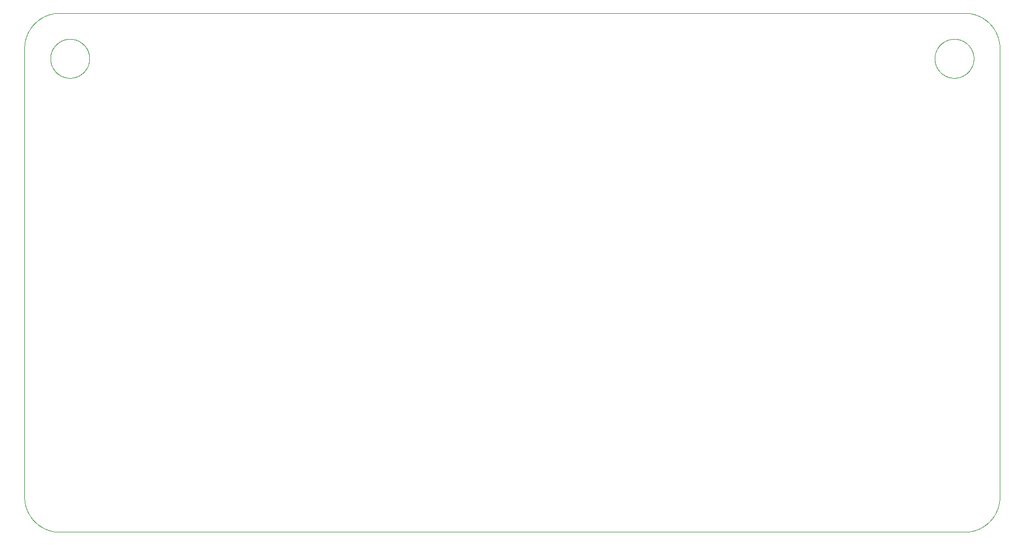
<source format=gm1>
%TF.GenerationSoftware,KiCad,Pcbnew,7.0.1-0*%
%TF.CreationDate,2023-04-23T15:52:54-04:00*%
%TF.ProjectId,WrightSpace,57726967-6874-4537-9061-63652e6b6963,v01*%
%TF.SameCoordinates,Original*%
%TF.FileFunction,Profile,NP*%
%FSLAX46Y46*%
G04 Gerber Fmt 4.6, Leading zero omitted, Abs format (unit mm)*
G04 Created by KiCad (PCBNEW 7.0.1-0) date 2023-04-23 15:52:54*
%MOMM*%
%LPD*%
G01*
G04 APERTURE LIST*
%TA.AperFunction,Profile*%
%ADD10C,0.000010*%
%TD*%
G04 APERTURE END LIST*
%TO.C,J3*%
D10*
X96703078Y-61358538D02*
X96739887Y-61359216D01*
X96776685Y-61360345D01*
X96813466Y-61361926D01*
X96850225Y-61363958D01*
X96886957Y-61366441D01*
X96923655Y-61369374D01*
X96960314Y-61372758D01*
X96996930Y-61376591D01*
X97033495Y-61380873D01*
X97070005Y-61385604D01*
X97106454Y-61390782D01*
X97142837Y-61396408D01*
X97179149Y-61402479D01*
X97215383Y-61408996D01*
X97251534Y-61415956D01*
X97287597Y-61423360D01*
X97323567Y-61431206D01*
X97359437Y-61439492D01*
X97395204Y-61448218D01*
X97430860Y-61457383D01*
X97466401Y-61466984D01*
X97501822Y-61477020D01*
X97537117Y-61487491D01*
X97572281Y-61498394D01*
X97607308Y-61509727D01*
X97642194Y-61521490D01*
X97676933Y-61533680D01*
X97711519Y-61546295D01*
X97745948Y-61559334D01*
X97780215Y-61572794D01*
X97814313Y-61586673D01*
X97848239Y-61600970D01*
X97881987Y-61615683D01*
X97915552Y-61630808D01*
X97948928Y-61646344D01*
X97982112Y-61662289D01*
X98015097Y-61678639D01*
X98047879Y-61695393D01*
X98080453Y-61712548D01*
X98112814Y-61730102D01*
X98144958Y-61748051D01*
X98176878Y-61766393D01*
X98208571Y-61785126D01*
X98240032Y-61804246D01*
X98271256Y-61823751D01*
X98302238Y-61843638D01*
X98332974Y-61863903D01*
X98363458Y-61884544D01*
X98393688Y-61905558D01*
X98423657Y-61926940D01*
X98453361Y-61948689D01*
X98482796Y-61970801D01*
X98511958Y-61993273D01*
X98540841Y-62016100D01*
X98569443Y-62039281D01*
X98597758Y-62062810D01*
X98625782Y-62086685D01*
X98653510Y-62110903D01*
X98680940Y-62135459D01*
X98708066Y-62160349D01*
X98734885Y-62185571D01*
X98761392Y-62211119D01*
X98787583Y-62236992D01*
X98813455Y-62263183D01*
X98839004Y-62289690D01*
X98864226Y-62316509D01*
X98889116Y-62343635D01*
X98913672Y-62371065D01*
X98937890Y-62398793D01*
X98961765Y-62426817D01*
X98985294Y-62455132D01*
X99008475Y-62483733D01*
X99031302Y-62512617D01*
X99053774Y-62541779D01*
X99075886Y-62571214D01*
X99097635Y-62600918D01*
X99119017Y-62630887D01*
X99140031Y-62661116D01*
X99160672Y-62691601D01*
X99180937Y-62722337D01*
X99200824Y-62753319D01*
X99220329Y-62784543D01*
X99239449Y-62816004D01*
X99258182Y-62847697D01*
X99276524Y-62879617D01*
X99294473Y-62911761D01*
X99312027Y-62944122D01*
X99329182Y-62976696D01*
X99345936Y-63009478D01*
X99362286Y-63042463D01*
X99378231Y-63075647D01*
X99393767Y-63109023D01*
X99408892Y-63142588D01*
X99423604Y-63176336D01*
X99437902Y-63210262D01*
X99451781Y-63244360D01*
X99465241Y-63278627D01*
X99478280Y-63313056D01*
X99490895Y-63347642D01*
X99503085Y-63382381D01*
X99514847Y-63417267D01*
X99526181Y-63452294D01*
X99537084Y-63487458D01*
X99547554Y-63522753D01*
X99557591Y-63558174D01*
X99567192Y-63593715D01*
X99576357Y-63629371D01*
X99585083Y-63665137D01*
X99593369Y-63701008D01*
X99601215Y-63736978D01*
X99608619Y-63773041D01*
X99615579Y-63809192D01*
X99622096Y-63845426D01*
X99628167Y-63881737D01*
X99633792Y-63918120D01*
X99638971Y-63954570D01*
X99643702Y-63991080D01*
X99647984Y-64027645D01*
X99651817Y-64064260D01*
X99655201Y-64100920D01*
X99658134Y-64137618D01*
X99660617Y-64174350D01*
X99662649Y-64211109D01*
X99664230Y-64247890D01*
X99665359Y-64284688D01*
X99666037Y-64321497D01*
X99666263Y-64358312D01*
X99666037Y-64395126D01*
X99665359Y-64431935D01*
X99664230Y-64468733D01*
X99662649Y-64505515D01*
X99660617Y-64542274D01*
X99658134Y-64579005D01*
X99655201Y-64615704D01*
X99651817Y-64652363D01*
X99647984Y-64688978D01*
X99643702Y-64725544D01*
X99638971Y-64762054D01*
X99633792Y-64798503D01*
X99628167Y-64834886D01*
X99622096Y-64871197D01*
X99615579Y-64907431D01*
X99608619Y-64943583D01*
X99601215Y-64979646D01*
X99593369Y-65015615D01*
X99585083Y-65051486D01*
X99576357Y-65087252D01*
X99567192Y-65122909D01*
X99557591Y-65158450D01*
X99547554Y-65193871D01*
X99537084Y-65229166D01*
X99526181Y-65264330D01*
X99514847Y-65299357D01*
X99503085Y-65334243D01*
X99490895Y-65368981D01*
X99478280Y-65403568D01*
X99465241Y-65437997D01*
X99451781Y-65472263D01*
X99437902Y-65506362D01*
X99423604Y-65540288D01*
X99408892Y-65574036D01*
X99393767Y-65607600D01*
X99378231Y-65640977D01*
X99362286Y-65674160D01*
X99345936Y-65707146D01*
X99329182Y-65739928D01*
X99312027Y-65772502D01*
X99294473Y-65804863D01*
X99276524Y-65837006D01*
X99258182Y-65868927D01*
X99239449Y-65900620D01*
X99220329Y-65932081D01*
X99200824Y-65963304D01*
X99180937Y-65994287D01*
X99160672Y-66025022D01*
X99140031Y-66055507D01*
X99119017Y-66085736D01*
X99097635Y-66115705D01*
X99075886Y-66145409D01*
X99053774Y-66174845D01*
X99031302Y-66204006D01*
X99008475Y-66232890D01*
X98985294Y-66261491D01*
X98961765Y-66289806D01*
X98937890Y-66317830D01*
X98913672Y-66345559D01*
X98889116Y-66372988D01*
X98864226Y-66400115D01*
X98839004Y-66426933D01*
X98813455Y-66453440D01*
X98787583Y-66479632D01*
X98761392Y-66505504D01*
X98734885Y-66531053D01*
X98708066Y-66556274D01*
X98680940Y-66581165D01*
X98653510Y-66605721D01*
X98625782Y-66629938D01*
X98597758Y-66653813D01*
X98569443Y-66677343D01*
X98540841Y-66700523D01*
X98511958Y-66723351D01*
X98482796Y-66745822D01*
X98453361Y-66767934D01*
X98423657Y-66789683D01*
X98393688Y-66811066D01*
X98363458Y-66832079D01*
X98332974Y-66852720D01*
X98302238Y-66872986D01*
X98271256Y-66892872D01*
X98240032Y-66912377D01*
X98208571Y-66931497D01*
X98176878Y-66950230D01*
X98144958Y-66968572D01*
X98112814Y-66986522D01*
X98080453Y-67004075D01*
X98047879Y-67021230D01*
X98015097Y-67037984D01*
X97982112Y-67054335D01*
X97948928Y-67070279D01*
X97915552Y-67085815D01*
X97881987Y-67100941D01*
X97848239Y-67115653D01*
X97814313Y-67129950D01*
X97780215Y-67143830D01*
X97745948Y-67157290D01*
X97711519Y-67170329D01*
X97676933Y-67182944D01*
X97642194Y-67195133D01*
X97607308Y-67206896D01*
X97572281Y-67218230D01*
X97537117Y-67229132D01*
X97501822Y-67239603D01*
X97466401Y-67249640D01*
X97430860Y-67259241D01*
X97395204Y-67268405D01*
X97359437Y-67277131D01*
X97323567Y-67285418D01*
X97287597Y-67293264D01*
X97251534Y-67300667D01*
X97215383Y-67307628D01*
X97179149Y-67314144D01*
X97142837Y-67320216D01*
X97106454Y-67325841D01*
X97070005Y-67331019D01*
X97033495Y-67335750D01*
X96996930Y-67340032D01*
X96960314Y-67343866D01*
X96923655Y-67347249D01*
X96886957Y-67350183D01*
X96850225Y-67352666D01*
X96813466Y-67354698D01*
X96776685Y-67356279D01*
X96739887Y-67357408D01*
X96703078Y-67358086D01*
X96666263Y-67358311D01*
X96629448Y-67358086D01*
X96592639Y-67357408D01*
X96555841Y-67356279D01*
X96519060Y-67354698D01*
X96482301Y-67352666D01*
X96445569Y-67350183D01*
X96408871Y-67347249D01*
X96372212Y-67343866D01*
X96335596Y-67340032D01*
X96299031Y-67335750D01*
X96262521Y-67331019D01*
X96226072Y-67325841D01*
X96189689Y-67320216D01*
X96153377Y-67314144D01*
X96117143Y-67307628D01*
X96080992Y-67300667D01*
X96044929Y-67293264D01*
X96008959Y-67285418D01*
X95973089Y-67277131D01*
X95937323Y-67268405D01*
X95901666Y-67259241D01*
X95866125Y-67249640D01*
X95830704Y-67239603D01*
X95795409Y-67229132D01*
X95760245Y-67218230D01*
X95725218Y-67206896D01*
X95690332Y-67195133D01*
X95655594Y-67182944D01*
X95621007Y-67170329D01*
X95586578Y-67157290D01*
X95552312Y-67143830D01*
X95518213Y-67129950D01*
X95484287Y-67115653D01*
X95450539Y-67100941D01*
X95416974Y-67085815D01*
X95383598Y-67070279D01*
X95350414Y-67054335D01*
X95317429Y-67037984D01*
X95284647Y-67021230D01*
X95252073Y-67004075D01*
X95219712Y-66986522D01*
X95187569Y-66968572D01*
X95155648Y-66950230D01*
X95123955Y-66931497D01*
X95092494Y-66912377D01*
X95061270Y-66892872D01*
X95030288Y-66872986D01*
X94999552Y-66852720D01*
X94969068Y-66832079D01*
X94938839Y-66811066D01*
X94908870Y-66789683D01*
X94879165Y-66767934D01*
X94849730Y-66745822D01*
X94820568Y-66723351D01*
X94791685Y-66700523D01*
X94763083Y-66677343D01*
X94734769Y-66653813D01*
X94706745Y-66629938D01*
X94679016Y-66605721D01*
X94651586Y-66581165D01*
X94624460Y-66556274D01*
X94597642Y-66531053D01*
X94571134Y-66505504D01*
X94544943Y-66479632D01*
X94519071Y-66453440D01*
X94493522Y-66426933D01*
X94468300Y-66400115D01*
X94443410Y-66372988D01*
X94418854Y-66345559D01*
X94394637Y-66317830D01*
X94370761Y-66289806D01*
X94347232Y-66261491D01*
X94324052Y-66232890D01*
X94301224Y-66204006D01*
X94278753Y-66174845D01*
X94256641Y-66145409D01*
X94234892Y-66115705D01*
X94213509Y-66085736D01*
X94192495Y-66055507D01*
X94171854Y-66025022D01*
X94151589Y-65994287D01*
X94131703Y-65963304D01*
X94112198Y-65932081D01*
X94093077Y-65900620D01*
X94074345Y-65868927D01*
X94056002Y-65837006D01*
X94038053Y-65804863D01*
X94020499Y-65772502D01*
X94003344Y-65739928D01*
X93986590Y-65707146D01*
X93970240Y-65674160D01*
X93954295Y-65640977D01*
X93938759Y-65607600D01*
X93923634Y-65574036D01*
X93908922Y-65540288D01*
X93894625Y-65506362D01*
X93880745Y-65472263D01*
X93867285Y-65437997D01*
X93854246Y-65403568D01*
X93841631Y-65368981D01*
X93829441Y-65334243D01*
X93817679Y-65299357D01*
X93806345Y-65264330D01*
X93795442Y-65229166D01*
X93784972Y-65193871D01*
X93774935Y-65158450D01*
X93765334Y-65122909D01*
X93756170Y-65087252D01*
X93747443Y-65051486D01*
X93739157Y-65015615D01*
X93731311Y-64979646D01*
X93723907Y-64943583D01*
X93716947Y-64907431D01*
X93710430Y-64871197D01*
X93704359Y-64834886D01*
X93698734Y-64798503D01*
X93693555Y-64762054D01*
X93688825Y-64725544D01*
X93684542Y-64688978D01*
X93680709Y-64652363D01*
X93677325Y-64615704D01*
X93674392Y-64579005D01*
X93671909Y-64542274D01*
X93669877Y-64505515D01*
X93668296Y-64468733D01*
X93667167Y-64431935D01*
X93666489Y-64395126D01*
X93666263Y-64358312D01*
X93666489Y-64321497D01*
X93667167Y-64284688D01*
X93668296Y-64247890D01*
X93669877Y-64211109D01*
X93671909Y-64174350D01*
X93674392Y-64137618D01*
X93677325Y-64100920D01*
X93680709Y-64064260D01*
X93684542Y-64027645D01*
X93688825Y-63991080D01*
X93693555Y-63954570D01*
X93698734Y-63918120D01*
X93704359Y-63881737D01*
X93710430Y-63845426D01*
X93716947Y-63809192D01*
X93723907Y-63773041D01*
X93731311Y-63736978D01*
X93739157Y-63701008D01*
X93747443Y-63665137D01*
X93756170Y-63629371D01*
X93765334Y-63593715D01*
X93774935Y-63558174D01*
X93784972Y-63522753D01*
X93795442Y-63487458D01*
X93806345Y-63452294D01*
X93817679Y-63417267D01*
X93829441Y-63382381D01*
X93841631Y-63347642D01*
X93854246Y-63313056D01*
X93867285Y-63278627D01*
X93880745Y-63244360D01*
X93894625Y-63210262D01*
X93908922Y-63176336D01*
X93923634Y-63142588D01*
X93938759Y-63109023D01*
X93954295Y-63075647D01*
X93970240Y-63042463D01*
X93986590Y-63009478D01*
X94003344Y-62976696D01*
X94020499Y-62944122D01*
X94038053Y-62911761D01*
X94056002Y-62879617D01*
X94074345Y-62847697D01*
X94093077Y-62816004D01*
X94112198Y-62784543D01*
X94131703Y-62753319D01*
X94151589Y-62722337D01*
X94171854Y-62691601D01*
X94192495Y-62661116D01*
X94213509Y-62630887D01*
X94234892Y-62600918D01*
X94256641Y-62571214D01*
X94278753Y-62541779D01*
X94301224Y-62512617D01*
X94324052Y-62483733D01*
X94347232Y-62455132D01*
X94370761Y-62426817D01*
X94394637Y-62398793D01*
X94418854Y-62371065D01*
X94443410Y-62343635D01*
X94468300Y-62316509D01*
X94493522Y-62289690D01*
X94519071Y-62263183D01*
X94544943Y-62236992D01*
X94571134Y-62211119D01*
X94597642Y-62185571D01*
X94624460Y-62160349D01*
X94651586Y-62135459D01*
X94679016Y-62110903D01*
X94706745Y-62086685D01*
X94734769Y-62062810D01*
X94763083Y-62039281D01*
X94791685Y-62016100D01*
X94820568Y-61993273D01*
X94849730Y-61970801D01*
X94879165Y-61948689D01*
X94908870Y-61926940D01*
X94938839Y-61905558D01*
X94969068Y-61884544D01*
X94999552Y-61863903D01*
X95030288Y-61843638D01*
X95061270Y-61823751D01*
X95092494Y-61804246D01*
X95123955Y-61785126D01*
X95155648Y-61766393D01*
X95187569Y-61748051D01*
X95219712Y-61730102D01*
X95252073Y-61712548D01*
X95284647Y-61695393D01*
X95317429Y-61678639D01*
X95350414Y-61662289D01*
X95383598Y-61646344D01*
X95416974Y-61630808D01*
X95450539Y-61615683D01*
X95484287Y-61600970D01*
X95518213Y-61586673D01*
X95552312Y-61572794D01*
X95586578Y-61559334D01*
X95621007Y-61546295D01*
X95655594Y-61533680D01*
X95690332Y-61521490D01*
X95725218Y-61509727D01*
X95760245Y-61498394D01*
X95795409Y-61487491D01*
X95830704Y-61477020D01*
X95866125Y-61466984D01*
X95901666Y-61457383D01*
X95937323Y-61448218D01*
X95973089Y-61439492D01*
X96008959Y-61431206D01*
X96044929Y-61423360D01*
X96080992Y-61415956D01*
X96117143Y-61408996D01*
X96153377Y-61402479D01*
X96189689Y-61396408D01*
X96226072Y-61390782D01*
X96262521Y-61385604D01*
X96299031Y-61380873D01*
X96335596Y-61376591D01*
X96372212Y-61372758D01*
X96408871Y-61369374D01*
X96445569Y-61366441D01*
X96482301Y-61363958D01*
X96519060Y-61361926D01*
X96555841Y-61360345D01*
X96592639Y-61359216D01*
X96629448Y-61358538D01*
X96666263Y-61358312D01*
X96703078Y-61358538D01*
X232703074Y-61358538D02*
X232739883Y-61359215D01*
X232776681Y-61360345D01*
X232813462Y-61361926D01*
X232850222Y-61363958D01*
X232886953Y-61366441D01*
X232923651Y-61369374D01*
X232960311Y-61372758D01*
X232996926Y-61376591D01*
X233033491Y-61380874D01*
X233070001Y-61385604D01*
X233106451Y-61390783D01*
X233142833Y-61396408D01*
X233179145Y-61402479D01*
X233215379Y-61408996D01*
X233251530Y-61415957D01*
X233287593Y-61423360D01*
X233323563Y-61431206D01*
X233359433Y-61439493D01*
X233395199Y-61448219D01*
X233430856Y-61457383D01*
X233466397Y-61466984D01*
X233501818Y-61477021D01*
X233537113Y-61487492D01*
X233572276Y-61498394D01*
X233607304Y-61509728D01*
X233642189Y-61521491D01*
X233676928Y-61533680D01*
X233711514Y-61546296D01*
X233745943Y-61559334D01*
X233780210Y-61572795D01*
X233814309Y-61586674D01*
X233848234Y-61600971D01*
X233881982Y-61615684D01*
X233915547Y-61630809D01*
X233948923Y-61646345D01*
X233982107Y-61662289D01*
X234015092Y-61678640D01*
X234047874Y-61695394D01*
X234080448Y-61712549D01*
X234112809Y-61730103D01*
X234144952Y-61748052D01*
X234176873Y-61766394D01*
X234208566Y-61785127D01*
X234240027Y-61804247D01*
X234271250Y-61823752D01*
X234302232Y-61843639D01*
X234332968Y-61863904D01*
X234363453Y-61884545D01*
X234393682Y-61905559D01*
X234423651Y-61926941D01*
X234453355Y-61948690D01*
X234482790Y-61970802D01*
X234511952Y-61993274D01*
X234540836Y-62016101D01*
X234569437Y-62039282D01*
X234597752Y-62062811D01*
X234625776Y-62086686D01*
X234653504Y-62110904D01*
X234680934Y-62135460D01*
X234708060Y-62160350D01*
X234734879Y-62185572D01*
X234761386Y-62211120D01*
X234787577Y-62236993D01*
X234813449Y-62263184D01*
X234838998Y-62289691D01*
X234864219Y-62316510D01*
X234889110Y-62343636D01*
X234913666Y-62371066D01*
X234937883Y-62398794D01*
X234961758Y-62426818D01*
X234985288Y-62455133D01*
X235008468Y-62483734D01*
X235031296Y-62512618D01*
X235053767Y-62541780D01*
X235075879Y-62571215D01*
X235097628Y-62600919D01*
X235119011Y-62630888D01*
X235140024Y-62661117D01*
X235160665Y-62691602D01*
X235180930Y-62722338D01*
X235200817Y-62753320D01*
X235220322Y-62784544D01*
X235239442Y-62816004D01*
X235258175Y-62847698D01*
X235276517Y-62879618D01*
X235294466Y-62911761D01*
X235312020Y-62944122D01*
X235329175Y-62976696D01*
X235345929Y-63009479D01*
X235362279Y-63042464D01*
X235378224Y-63075647D01*
X235393760Y-63109024D01*
X235408885Y-63142589D01*
X235423597Y-63176336D01*
X235437894Y-63210262D01*
X235451774Y-63244361D01*
X235465234Y-63278627D01*
X235478273Y-63313056D01*
X235490888Y-63347643D01*
X235503078Y-63382381D01*
X235514840Y-63417267D01*
X235526174Y-63452294D01*
X235537077Y-63487458D01*
X235547547Y-63522753D01*
X235557584Y-63558174D01*
X235567185Y-63593715D01*
X235576349Y-63629372D01*
X235585075Y-63665138D01*
X235593362Y-63701008D01*
X235601208Y-63736978D01*
X235608611Y-63773041D01*
X235615572Y-63809192D01*
X235622088Y-63845426D01*
X235628160Y-63881737D01*
X235633785Y-63918120D01*
X235638963Y-63954570D01*
X235643694Y-63991080D01*
X235647976Y-64027645D01*
X235651810Y-64064260D01*
X235655193Y-64100920D01*
X235658127Y-64137618D01*
X235660610Y-64174349D01*
X235662642Y-64211109D01*
X235664222Y-64247890D01*
X235665352Y-64284688D01*
X235666029Y-64321497D01*
X235666255Y-64358311D01*
X235666029Y-64395126D01*
X235665352Y-64431935D01*
X235664222Y-64468733D01*
X235662642Y-64505514D01*
X235660610Y-64542274D01*
X235658127Y-64579005D01*
X235655193Y-64615703D01*
X235651810Y-64652363D01*
X235647976Y-64688978D01*
X235643694Y-64725543D01*
X235638963Y-64762053D01*
X235633785Y-64798502D01*
X235628160Y-64834885D01*
X235622088Y-64871197D01*
X235615572Y-64907431D01*
X235608611Y-64943582D01*
X235601208Y-64979645D01*
X235593362Y-65015615D01*
X235585075Y-65051485D01*
X235576349Y-65087251D01*
X235567185Y-65122908D01*
X235557584Y-65158449D01*
X235547547Y-65193870D01*
X235537077Y-65229165D01*
X235526174Y-65264329D01*
X235514840Y-65299356D01*
X235503078Y-65334241D01*
X235490888Y-65368980D01*
X235478273Y-65403567D01*
X235465234Y-65437996D01*
X235451774Y-65472262D01*
X235437894Y-65506361D01*
X235423597Y-65540287D01*
X235408885Y-65574034D01*
X235393760Y-65607599D01*
X235378224Y-65640976D01*
X235362279Y-65674159D01*
X235345929Y-65707144D01*
X235329175Y-65739926D01*
X235312020Y-65772501D01*
X235294466Y-65804862D01*
X235276517Y-65837005D01*
X235258175Y-65868925D01*
X235239442Y-65900618D01*
X235220322Y-65932079D01*
X235200817Y-65963303D01*
X235180930Y-65994285D01*
X235160665Y-66025021D01*
X235140024Y-66055506D01*
X235119011Y-66085735D01*
X235097628Y-66115704D01*
X235075879Y-66145408D01*
X235053767Y-66174843D01*
X235031296Y-66204005D01*
X235008468Y-66232888D01*
X234985288Y-66261490D01*
X234961758Y-66289805D01*
X234937883Y-66317829D01*
X234913666Y-66345557D01*
X234889110Y-66372987D01*
X234864219Y-66400113D01*
X234838998Y-66426932D01*
X234813449Y-66453439D01*
X234787577Y-66479630D01*
X234761386Y-66505502D01*
X234734879Y-66531051D01*
X234708060Y-66556273D01*
X234680934Y-66581163D01*
X234653504Y-66605719D01*
X234625776Y-66629936D01*
X234597752Y-66653812D01*
X234569437Y-66677341D01*
X234540836Y-66700522D01*
X234511952Y-66723349D01*
X234482790Y-66745821D01*
X234453355Y-66767933D01*
X234423651Y-66789682D01*
X234393682Y-66811064D01*
X234363453Y-66832078D01*
X234332968Y-66852719D01*
X234302232Y-66872984D01*
X234271250Y-66892871D01*
X234240027Y-66912376D01*
X234208566Y-66931496D01*
X234176873Y-66950229D01*
X234144952Y-66968571D01*
X234112809Y-66986520D01*
X234080448Y-67004074D01*
X234047874Y-67021229D01*
X234015092Y-67037983D01*
X233982107Y-67054333D01*
X233948923Y-67070278D01*
X233915547Y-67085814D01*
X233881982Y-67100939D01*
X233848234Y-67115652D01*
X233814309Y-67129949D01*
X233780210Y-67143828D01*
X233745943Y-67157289D01*
X233711514Y-67170327D01*
X233676928Y-67182942D01*
X233642189Y-67195132D01*
X233607304Y-67206895D01*
X233572276Y-67218228D01*
X233537113Y-67229131D01*
X233501818Y-67239602D01*
X233466397Y-67249639D01*
X233430856Y-67259240D01*
X233395199Y-67268404D01*
X233359433Y-67277130D01*
X233323563Y-67285417D01*
X233287593Y-67293263D01*
X233251530Y-67300666D01*
X233215379Y-67307627D01*
X233179145Y-67314144D01*
X233142833Y-67320215D01*
X233106451Y-67325840D01*
X233070001Y-67331019D01*
X233033491Y-67335749D01*
X232996926Y-67340032D01*
X232960311Y-67343865D01*
X232923651Y-67347249D01*
X232886953Y-67350182D01*
X232850222Y-67352665D01*
X232813462Y-67354697D01*
X232776681Y-67356278D01*
X232739883Y-67357408D01*
X232703074Y-67358085D01*
X232666260Y-67358311D01*
X232629445Y-67358085D01*
X232592636Y-67357408D01*
X232555838Y-67356278D01*
X232519056Y-67354698D01*
X232482297Y-67352666D01*
X232445566Y-67350183D01*
X232408868Y-67347249D01*
X232372208Y-67343866D01*
X232335593Y-67340032D01*
X232299027Y-67335750D01*
X232262517Y-67331019D01*
X232226068Y-67325841D01*
X232189685Y-67320216D01*
X232153374Y-67314144D01*
X232117140Y-67307628D01*
X232080988Y-67300667D01*
X232044925Y-67293264D01*
X232008956Y-67285418D01*
X231973085Y-67277131D01*
X231937319Y-67268405D01*
X231901662Y-67259241D01*
X231866121Y-67249640D01*
X231830700Y-67239603D01*
X231795405Y-67229133D01*
X231760241Y-67218230D01*
X231725214Y-67206896D01*
X231690328Y-67195134D01*
X231655590Y-67182944D01*
X231621003Y-67170329D01*
X231586574Y-67157290D01*
X231552308Y-67143830D01*
X231518209Y-67129950D01*
X231484283Y-67115653D01*
X231450535Y-67100941D01*
X231416970Y-67085816D01*
X231383594Y-67070280D01*
X231350410Y-67054335D01*
X231317425Y-67037985D01*
X231284643Y-67021231D01*
X231252069Y-67004076D01*
X231219708Y-66986522D01*
X231187564Y-66968573D01*
X231155644Y-66950230D01*
X231123951Y-66931498D01*
X231092490Y-66912377D01*
X231061266Y-66892873D01*
X231030284Y-66872986D01*
X230999548Y-66852721D01*
X230969063Y-66832080D01*
X230938834Y-66811066D01*
X230908865Y-66789684D01*
X230879161Y-66767935D01*
X230849726Y-66745823D01*
X230820564Y-66723351D01*
X230791680Y-66700524D01*
X230763079Y-66677343D01*
X230734764Y-66653814D01*
X230706740Y-66629939D01*
X230679011Y-66605721D01*
X230651582Y-66581165D01*
X230624456Y-66556275D01*
X230597637Y-66531053D01*
X230571130Y-66505504D01*
X230544938Y-66479632D01*
X230519066Y-66453441D01*
X230493517Y-66426934D01*
X230468296Y-66400115D01*
X230443405Y-66372989D01*
X230418849Y-66345559D01*
X230394632Y-66317831D01*
X230370757Y-66289807D01*
X230347227Y-66261492D01*
X230324047Y-66232890D01*
X230301219Y-66204007D01*
X230278748Y-66174845D01*
X230256636Y-66145410D01*
X230234887Y-66115706D01*
X230213504Y-66085737D01*
X230192490Y-66055507D01*
X230171849Y-66025023D01*
X230151584Y-65994287D01*
X230131698Y-65963305D01*
X230112193Y-65932081D01*
X230093072Y-65900620D01*
X230074340Y-65868927D01*
X230055997Y-65837006D01*
X230038048Y-65804863D01*
X230020494Y-65772502D01*
X230003339Y-65739928D01*
X229986585Y-65707146D01*
X229970235Y-65674161D01*
X229954290Y-65640977D01*
X229938754Y-65607601D01*
X229923629Y-65574036D01*
X229908917Y-65540288D01*
X229894620Y-65506362D01*
X229880740Y-65472263D01*
X229867280Y-65437997D01*
X229854241Y-65403568D01*
X229841626Y-65368981D01*
X229829436Y-65334243D01*
X229817674Y-65299357D01*
X229806340Y-65264330D01*
X229795437Y-65229166D01*
X229784966Y-65193871D01*
X229774930Y-65158450D01*
X229765329Y-65122909D01*
X229756164Y-65087252D01*
X229747438Y-65051486D01*
X229739152Y-65015615D01*
X229731306Y-64979646D01*
X229723902Y-64943583D01*
X229716942Y-64907431D01*
X229710425Y-64871197D01*
X229704354Y-64834886D01*
X229698728Y-64798503D01*
X229693550Y-64762054D01*
X229688819Y-64725544D01*
X229684537Y-64688978D01*
X229680704Y-64652363D01*
X229677320Y-64615703D01*
X229674387Y-64579005D01*
X229671904Y-64542274D01*
X229669872Y-64505515D01*
X229668291Y-64468733D01*
X229667162Y-64431935D01*
X229666484Y-64395126D01*
X229666258Y-64358311D01*
X229666484Y-64321497D01*
X229667162Y-64284688D01*
X229668291Y-64247890D01*
X229669872Y-64211108D01*
X229671904Y-64174349D01*
X229674387Y-64137618D01*
X229677320Y-64100919D01*
X229680704Y-64064260D01*
X229684537Y-64027645D01*
X229688819Y-63991079D01*
X229693550Y-63954569D01*
X229698728Y-63918120D01*
X229704354Y-63881737D01*
X229710425Y-63845426D01*
X229716942Y-63809192D01*
X229723902Y-63773040D01*
X229731306Y-63736977D01*
X229739152Y-63701008D01*
X229747438Y-63665137D01*
X229756164Y-63629371D01*
X229765329Y-63593714D01*
X229774930Y-63558173D01*
X229784966Y-63522752D01*
X229795437Y-63487457D01*
X229806340Y-63452293D01*
X229817674Y-63417266D01*
X229829436Y-63382380D01*
X229841626Y-63347642D01*
X229854241Y-63313055D01*
X229867280Y-63278626D01*
X229880740Y-63244360D01*
X229894620Y-63210261D01*
X229908917Y-63176335D01*
X229923629Y-63142587D01*
X229938754Y-63109022D01*
X229954290Y-63075646D01*
X229970235Y-63042462D01*
X229986585Y-63009477D01*
X230003339Y-62976695D01*
X230020494Y-62944121D01*
X230038048Y-62911760D01*
X230055997Y-62879616D01*
X230074340Y-62847696D01*
X230093072Y-62816003D01*
X230112193Y-62784542D01*
X230131698Y-62753318D01*
X230151584Y-62722336D01*
X230171849Y-62691600D01*
X230192490Y-62661116D01*
X230213504Y-62630886D01*
X230234887Y-62600917D01*
X230256636Y-62571213D01*
X230278748Y-62541778D01*
X230301219Y-62512616D01*
X230324047Y-62483732D01*
X230347227Y-62455131D01*
X230370757Y-62426816D01*
X230394632Y-62398792D01*
X230418849Y-62371064D01*
X230443405Y-62343634D01*
X230468296Y-62316508D01*
X230493517Y-62289689D01*
X230519066Y-62263182D01*
X230544938Y-62236991D01*
X230571130Y-62211118D01*
X230597637Y-62185570D01*
X230624456Y-62160348D01*
X230651582Y-62135458D01*
X230679011Y-62110902D01*
X230706740Y-62086684D01*
X230734764Y-62062809D01*
X230763079Y-62039280D01*
X230791680Y-62016099D01*
X230820564Y-61993272D01*
X230849726Y-61970800D01*
X230879161Y-61948688D01*
X230908865Y-61926939D01*
X230938834Y-61905557D01*
X230969063Y-61884543D01*
X230999548Y-61863902D01*
X231030284Y-61843637D01*
X231061266Y-61823750D01*
X231092490Y-61804245D01*
X231123951Y-61785125D01*
X231155644Y-61766392D01*
X231187564Y-61748050D01*
X231219708Y-61730101D01*
X231252069Y-61712547D01*
X231284643Y-61695392D01*
X231317425Y-61678638D01*
X231350410Y-61662288D01*
X231383594Y-61646343D01*
X231416970Y-61630807D01*
X231450535Y-61615682D01*
X231484283Y-61600970D01*
X231518209Y-61586673D01*
X231552308Y-61572793D01*
X231586574Y-61559333D01*
X231621003Y-61546294D01*
X231655590Y-61533679D01*
X231690328Y-61521489D01*
X231725214Y-61509727D01*
X231760241Y-61498393D01*
X231795405Y-61487490D01*
X231830700Y-61477020D01*
X231866121Y-61466983D01*
X231901662Y-61457382D01*
X231937319Y-61448218D01*
X231973085Y-61439491D01*
X232008956Y-61431205D01*
X232044925Y-61423359D01*
X232080988Y-61415956D01*
X232117140Y-61408995D01*
X232153374Y-61402478D01*
X232189685Y-61396407D01*
X232226068Y-61390782D01*
X232262517Y-61385604D01*
X232299027Y-61380873D01*
X232335593Y-61376591D01*
X232372208Y-61372757D01*
X232408868Y-61369374D01*
X232445566Y-61366440D01*
X232482297Y-61363957D01*
X232519056Y-61361925D01*
X232555838Y-61360344D01*
X232592636Y-61359215D01*
X232629445Y-61358538D01*
X232666260Y-61358312D01*
X232703074Y-61358538D01*
X234280214Y-57358663D02*
X234342840Y-57359713D01*
X234405288Y-57361459D01*
X234467554Y-57363897D01*
X234529636Y-57367022D01*
X234591529Y-57370833D01*
X234653229Y-57375324D01*
X234714733Y-57380492D01*
X234776037Y-57386334D01*
X234837138Y-57392845D01*
X234898032Y-57400023D01*
X234958714Y-57407862D01*
X235019182Y-57416360D01*
X235079431Y-57425513D01*
X235139459Y-57435318D01*
X235199260Y-57445770D01*
X235258832Y-57456865D01*
X235318171Y-57468601D01*
X235377273Y-57480973D01*
X235436135Y-57493978D01*
X235494752Y-57507612D01*
X235553121Y-57521871D01*
X235611238Y-57536752D01*
X235669101Y-57552250D01*
X235726704Y-57568363D01*
X235784044Y-57585086D01*
X235841118Y-57602416D01*
X235897921Y-57620350D01*
X235954451Y-57638882D01*
X236010703Y-57658011D01*
X236066674Y-57677731D01*
X236122360Y-57698040D01*
X236177757Y-57718933D01*
X236232862Y-57740407D01*
X236287671Y-57762458D01*
X236342180Y-57785083D01*
X236396385Y-57808278D01*
X236450284Y-57832039D01*
X236503871Y-57856362D01*
X236557144Y-57881244D01*
X236610098Y-57906680D01*
X236662731Y-57932669D01*
X236715038Y-57959204D01*
X236767015Y-57986284D01*
X236818660Y-58013904D01*
X236869967Y-58042060D01*
X236920934Y-58070749D01*
X236971557Y-58099968D01*
X237021832Y-58129711D01*
X237071756Y-58159977D01*
X237121324Y-58190760D01*
X237170533Y-58222058D01*
X237219379Y-58253866D01*
X237267859Y-58286182D01*
X237315969Y-58319000D01*
X237363705Y-58352318D01*
X237411064Y-58386132D01*
X237458041Y-58420438D01*
X237504634Y-58455232D01*
X237550838Y-58490511D01*
X237596650Y-58526271D01*
X237642065Y-58562508D01*
X237687081Y-58599219D01*
X237731694Y-58636400D01*
X237775899Y-58674047D01*
X237819694Y-58712157D01*
X237863074Y-58750725D01*
X237906036Y-58789749D01*
X237948576Y-58829223D01*
X237990691Y-58869146D01*
X238032376Y-58909513D01*
X238073628Y-58950320D01*
X238114443Y-58991563D01*
X238154819Y-59033240D01*
X238194749Y-59075345D01*
X238234233Y-59117876D01*
X238273264Y-59160829D01*
X238311841Y-59204201D01*
X238349958Y-59247986D01*
X238387613Y-59292182D01*
X238424802Y-59336786D01*
X238461520Y-59381792D01*
X238497765Y-59427198D01*
X238533533Y-59473000D01*
X238568819Y-59519195D01*
X238603621Y-59565778D01*
X238637934Y-59612745D01*
X238671754Y-59660094D01*
X238705079Y-59707820D01*
X238737905Y-59755920D01*
X238770227Y-59804390D01*
X238802042Y-59853226D01*
X238833346Y-59902425D01*
X238864136Y-59951983D01*
X238894408Y-60001896D01*
X238924157Y-60052160D01*
X238953382Y-60102773D01*
X238982077Y-60153729D01*
X239010239Y-60205026D01*
X239037865Y-60256660D01*
X239064950Y-60308626D01*
X239091492Y-60360922D01*
X239117485Y-60413544D01*
X239142927Y-60466487D01*
X239167814Y-60519749D01*
X239192143Y-60573325D01*
X239215908Y-60627212D01*
X239239108Y-60681406D01*
X239261737Y-60735904D01*
X239283793Y-60790701D01*
X239305272Y-60845795D01*
X239326170Y-60901180D01*
X239346483Y-60956855D01*
X239366207Y-61012814D01*
X239385339Y-61069054D01*
X239403876Y-61125572D01*
X239421813Y-61182364D01*
X239439146Y-61239426D01*
X239455873Y-61296754D01*
X239471989Y-61354345D01*
X239487491Y-61412195D01*
X239502375Y-61470301D01*
X239516637Y-61528658D01*
X239530274Y-61587263D01*
X239543281Y-61646112D01*
X239555656Y-61705202D01*
X239567394Y-61764528D01*
X239578492Y-61824088D01*
X239588946Y-61883877D01*
X239598753Y-61943892D01*
X239607908Y-62004128D01*
X239616408Y-62064584D01*
X239624249Y-62125253D01*
X239631428Y-62186134D01*
X239637941Y-62247222D01*
X239643783Y-62308514D01*
X239648953Y-62370005D01*
X239653445Y-62431692D01*
X239657256Y-62493572D01*
X239660383Y-62555641D01*
X239662821Y-62617894D01*
X239664567Y-62680329D01*
X239665617Y-62742942D01*
X239665968Y-62805729D01*
X239665968Y-131737891D01*
X239665617Y-131800677D01*
X239664567Y-131863290D01*
X239662821Y-131925725D01*
X239660383Y-131987979D01*
X239657256Y-132050047D01*
X239653445Y-132111927D01*
X239648953Y-132173615D01*
X239643783Y-132235106D01*
X239637941Y-132296397D01*
X239631428Y-132357485D01*
X239624249Y-132418366D01*
X239616408Y-132479036D01*
X239607908Y-132539491D01*
X239598753Y-132599728D01*
X239588946Y-132659743D01*
X239578492Y-132719532D01*
X239567394Y-132779092D01*
X239555656Y-132838418D01*
X239543281Y-132897508D01*
X239530274Y-132956357D01*
X239516637Y-133014962D01*
X239502375Y-133073319D01*
X239487491Y-133131424D01*
X239471989Y-133189274D01*
X239455873Y-133246866D01*
X239439146Y-133304194D01*
X239421813Y-133361256D01*
X239403876Y-133418048D01*
X239385339Y-133474566D01*
X239366207Y-133530806D01*
X239346483Y-133586765D01*
X239326170Y-133642439D01*
X239305272Y-133697825D01*
X239283793Y-133752918D01*
X239261737Y-133807716D01*
X239239108Y-133862213D01*
X239215908Y-133916408D01*
X239192143Y-133970295D01*
X239167814Y-134023871D01*
X239142927Y-134077133D01*
X239117485Y-134130076D01*
X239091492Y-134182698D01*
X239064950Y-134234994D01*
X239037865Y-134286960D01*
X239010239Y-134338594D01*
X238982077Y-134389891D01*
X238953382Y-134440847D01*
X238924157Y-134491459D01*
X238894408Y-134541724D01*
X238864136Y-134591637D01*
X238833346Y-134641195D01*
X238802042Y-134690394D01*
X238770227Y-134739230D01*
X238737905Y-134787700D01*
X238705079Y-134835800D01*
X238671754Y-134883526D01*
X238637934Y-134930875D01*
X238603621Y-134977842D01*
X238568819Y-135024425D01*
X238533533Y-135070620D01*
X238497765Y-135116422D01*
X238461520Y-135161828D01*
X238424802Y-135206834D01*
X238387613Y-135251438D01*
X238349958Y-135295634D01*
X238311841Y-135339420D01*
X238273264Y-135382791D01*
X238234233Y-135425744D01*
X238194749Y-135468275D01*
X238154819Y-135510381D01*
X238114443Y-135552057D01*
X238073628Y-135593301D01*
X238032376Y-135634108D01*
X237990691Y-135674474D01*
X237948576Y-135714397D01*
X237906036Y-135753872D01*
X237863074Y-135792895D01*
X237819694Y-135831464D01*
X237775899Y-135869573D01*
X237731694Y-135907220D01*
X237687081Y-135944401D01*
X237642065Y-135981112D01*
X237596650Y-136017349D01*
X237550838Y-136053109D01*
X237504634Y-136088388D01*
X237458041Y-136123183D01*
X237411064Y-136157488D01*
X237363705Y-136191302D01*
X237315969Y-136224620D01*
X237267859Y-136257439D01*
X237219379Y-136289754D01*
X237170533Y-136321562D01*
X237121324Y-136352860D01*
X237071756Y-136383643D01*
X237021832Y-136413909D01*
X236971557Y-136443653D01*
X236920934Y-136472871D01*
X236869967Y-136501560D01*
X236818660Y-136529716D01*
X236767015Y-136557336D01*
X236715038Y-136584416D01*
X236662731Y-136610952D01*
X236610098Y-136636940D01*
X236557144Y-136662377D01*
X236503871Y-136687259D01*
X236450284Y-136711582D01*
X236396385Y-136735343D01*
X236342180Y-136758537D01*
X236287671Y-136781162D01*
X236232862Y-136803213D01*
X236177757Y-136824688D01*
X236122360Y-136845581D01*
X236066674Y-136865889D01*
X236010703Y-136885610D01*
X235954451Y-136904738D01*
X235897921Y-136923271D01*
X235841118Y-136941204D01*
X235784044Y-136958534D01*
X235726704Y-136975257D01*
X235669101Y-136991370D01*
X235611238Y-137006869D01*
X235553121Y-137021750D01*
X235494752Y-137036009D01*
X235436135Y-137049643D01*
X235377273Y-137062647D01*
X235318171Y-137075019D01*
X235258832Y-137086755D01*
X235199260Y-137097851D01*
X235139459Y-137108303D01*
X235079431Y-137118107D01*
X235019182Y-137127260D01*
X234958714Y-137135758D01*
X234898032Y-137143598D01*
X234837138Y-137150775D01*
X234776037Y-137157287D01*
X234714733Y-137163128D01*
X234653229Y-137168297D01*
X234591529Y-137172788D01*
X234529636Y-137176598D01*
X234467554Y-137179724D01*
X234405288Y-137182162D01*
X234342840Y-137183907D01*
X234280214Y-137184958D01*
X234217415Y-137185308D01*
X95114816Y-137185308D01*
X95052016Y-137184958D01*
X94989391Y-137183907D01*
X94926943Y-137182162D01*
X94864676Y-137179724D01*
X94802595Y-137176598D01*
X94740702Y-137172788D01*
X94679001Y-137168297D01*
X94617497Y-137163128D01*
X94556193Y-137157287D01*
X94495092Y-137150775D01*
X94434199Y-137143598D01*
X94373516Y-137135758D01*
X94313049Y-137127260D01*
X94252799Y-137118107D01*
X94192772Y-137108303D01*
X94132970Y-137097851D01*
X94073398Y-137086755D01*
X94014059Y-137075019D01*
X93954957Y-137062647D01*
X93896096Y-137049643D01*
X93837479Y-137036009D01*
X93779110Y-137021750D01*
X93720992Y-137006869D01*
X93663130Y-136991370D01*
X93605527Y-136975257D01*
X93548187Y-136958534D01*
X93491113Y-136941204D01*
X93434309Y-136923271D01*
X93377779Y-136904738D01*
X93321527Y-136885610D01*
X93265556Y-136865889D01*
X93209871Y-136845581D01*
X93154473Y-136824688D01*
X93099368Y-136803213D01*
X93044560Y-136781162D01*
X92990051Y-136758537D01*
X92935845Y-136735343D01*
X92881947Y-136711582D01*
X92828360Y-136687259D01*
X92775087Y-136662377D01*
X92722132Y-136636940D01*
X92669500Y-136610952D01*
X92617193Y-136584416D01*
X92565216Y-136557336D01*
X92513571Y-136529716D01*
X92462264Y-136501560D01*
X92411296Y-136472871D01*
X92360674Y-136443653D01*
X92310399Y-136413909D01*
X92260475Y-136383643D01*
X92210907Y-136352860D01*
X92161698Y-136321562D01*
X92112852Y-136289754D01*
X92064372Y-136257439D01*
X92016262Y-136224620D01*
X91968525Y-136191302D01*
X91921167Y-136157488D01*
X91874189Y-136123183D01*
X91827597Y-136088388D01*
X91781393Y-136053109D01*
X91735581Y-136017349D01*
X91690166Y-135981112D01*
X91645150Y-135944401D01*
X91600537Y-135907220D01*
X91556332Y-135869573D01*
X91512537Y-135831464D01*
X91469157Y-135792895D01*
X91426195Y-135753872D01*
X91383655Y-135714397D01*
X91341540Y-135674474D01*
X91299855Y-135634108D01*
X91258603Y-135593301D01*
X91217787Y-135552057D01*
X91177412Y-135510381D01*
X91137482Y-135468275D01*
X91097998Y-135425744D01*
X91058967Y-135382791D01*
X91020390Y-135339420D01*
X90982273Y-135295634D01*
X90944618Y-135251438D01*
X90907429Y-135206834D01*
X90870711Y-135161828D01*
X90834466Y-135116422D01*
X90798698Y-135070620D01*
X90763412Y-135024425D01*
X90728611Y-134977842D01*
X90694297Y-134930875D01*
X90660477Y-134883526D01*
X90627152Y-134835800D01*
X90594326Y-134787700D01*
X90562004Y-134739230D01*
X90530190Y-134690394D01*
X90498885Y-134641195D01*
X90468095Y-134591637D01*
X90437824Y-134541724D01*
X90408074Y-134491459D01*
X90378849Y-134440847D01*
X90350154Y-134389891D01*
X90321992Y-134338594D01*
X90294366Y-134286960D01*
X90267281Y-134234994D01*
X90240740Y-134182698D01*
X90214746Y-134130076D01*
X90189304Y-134077133D01*
X90164417Y-134023871D01*
X90140089Y-133970295D01*
X90116323Y-133916408D01*
X90093123Y-133862213D01*
X90070494Y-133807716D01*
X90048438Y-133752918D01*
X90026959Y-133697825D01*
X90006062Y-133642439D01*
X89985749Y-133586765D01*
X89966024Y-133530806D01*
X89946892Y-133474566D01*
X89928356Y-133418048D01*
X89910419Y-133361256D01*
X89893085Y-133304194D01*
X89876358Y-133246866D01*
X89860242Y-133189274D01*
X89844740Y-133131424D01*
X89829856Y-133073319D01*
X89815594Y-133014962D01*
X89801958Y-132956357D01*
X89788950Y-132897508D01*
X89776575Y-132838418D01*
X89764837Y-132779092D01*
X89753739Y-132719532D01*
X89743285Y-132659743D01*
X89733479Y-132599728D01*
X89724324Y-132539491D01*
X89715824Y-132479036D01*
X89707983Y-132418366D01*
X89700804Y-132357485D01*
X89694291Y-132296397D01*
X89688448Y-132235106D01*
X89683279Y-132173615D01*
X89678787Y-132111927D01*
X89674976Y-132050047D01*
X89671849Y-131987979D01*
X89669411Y-131925725D01*
X89667665Y-131863290D01*
X89666614Y-131800677D01*
X89666263Y-131737891D01*
X89666263Y-62805729D01*
X89666614Y-62742942D01*
X89667665Y-62680329D01*
X89669411Y-62617894D01*
X89671849Y-62555641D01*
X89674976Y-62493572D01*
X89678787Y-62431692D01*
X89683279Y-62370005D01*
X89688448Y-62308514D01*
X89694291Y-62247222D01*
X89700804Y-62186134D01*
X89707983Y-62125253D01*
X89715824Y-62064584D01*
X89724324Y-62004128D01*
X89733479Y-61943892D01*
X89743285Y-61883877D01*
X89753739Y-61824088D01*
X89764837Y-61764528D01*
X89776575Y-61705202D01*
X89788950Y-61646112D01*
X89801958Y-61587263D01*
X89815594Y-61528658D01*
X89829856Y-61470301D01*
X89844740Y-61412195D01*
X89860242Y-61354345D01*
X89876358Y-61296754D01*
X89893085Y-61239426D01*
X89910419Y-61182364D01*
X89928356Y-61125572D01*
X89946892Y-61069054D01*
X89966024Y-61012814D01*
X89985749Y-60956855D01*
X90006062Y-60901180D01*
X90026959Y-60845795D01*
X90048438Y-60790701D01*
X90070494Y-60735904D01*
X90093123Y-60681406D01*
X90116323Y-60627212D01*
X90140089Y-60573325D01*
X90164417Y-60519749D01*
X90189304Y-60466487D01*
X90214746Y-60413544D01*
X90240740Y-60360922D01*
X90267281Y-60308626D01*
X90294366Y-60256660D01*
X90321992Y-60205026D01*
X90350154Y-60153729D01*
X90378849Y-60102773D01*
X90408074Y-60052160D01*
X90437824Y-60001896D01*
X90468095Y-59951983D01*
X90498885Y-59902425D01*
X90530190Y-59853226D01*
X90562004Y-59804390D01*
X90594326Y-59755920D01*
X90627152Y-59707820D01*
X90660477Y-59660094D01*
X90694297Y-59612745D01*
X90728611Y-59565778D01*
X90763412Y-59519195D01*
X90798698Y-59473000D01*
X90834466Y-59427198D01*
X90870711Y-59381792D01*
X90907429Y-59336786D01*
X90944618Y-59292182D01*
X90982273Y-59247986D01*
X91020390Y-59204201D01*
X91058967Y-59160829D01*
X91097998Y-59117876D01*
X91137482Y-59075345D01*
X91177412Y-59033240D01*
X91217787Y-58991563D01*
X91258603Y-58950320D01*
X91299855Y-58909513D01*
X91341540Y-58869146D01*
X91383655Y-58829223D01*
X91426195Y-58789749D01*
X91469157Y-58750725D01*
X91512537Y-58712157D01*
X91556332Y-58674047D01*
X91600537Y-58636400D01*
X91645150Y-58599219D01*
X91690166Y-58562508D01*
X91735581Y-58526271D01*
X91781393Y-58490511D01*
X91827597Y-58455232D01*
X91874189Y-58420438D01*
X91921167Y-58386132D01*
X91968525Y-58352318D01*
X92016262Y-58319000D01*
X92064372Y-58286182D01*
X92112852Y-58253866D01*
X92161698Y-58222058D01*
X92210907Y-58190760D01*
X92260475Y-58159977D01*
X92310399Y-58129711D01*
X92360674Y-58099968D01*
X92411296Y-58070749D01*
X92462264Y-58042060D01*
X92513571Y-58013904D01*
X92565216Y-57986284D01*
X92617193Y-57959204D01*
X92669500Y-57932669D01*
X92722132Y-57906680D01*
X92775087Y-57881244D01*
X92828360Y-57856362D01*
X92881947Y-57832039D01*
X92935845Y-57808278D01*
X92990051Y-57785083D01*
X93044560Y-57762458D01*
X93099368Y-57740407D01*
X93154473Y-57718933D01*
X93209871Y-57698040D01*
X93265556Y-57677731D01*
X93321527Y-57658011D01*
X93377779Y-57638882D01*
X93434309Y-57620350D01*
X93491113Y-57602416D01*
X93548187Y-57585086D01*
X93605527Y-57568363D01*
X93663130Y-57552250D01*
X93720992Y-57536752D01*
X93779110Y-57521871D01*
X93837479Y-57507612D01*
X93896096Y-57493978D01*
X93954957Y-57480973D01*
X94014059Y-57468601D01*
X94073398Y-57456865D01*
X94132970Y-57445770D01*
X94192772Y-57435318D01*
X94252799Y-57425513D01*
X94313049Y-57416360D01*
X94373516Y-57407862D01*
X94434199Y-57400023D01*
X94495092Y-57392845D01*
X94556193Y-57386334D01*
X94617497Y-57380492D01*
X94679001Y-57375324D01*
X94740702Y-57370833D01*
X94802595Y-57367022D01*
X94864676Y-57363897D01*
X94926943Y-57361459D01*
X94989391Y-57359713D01*
X95052016Y-57358663D01*
X95114816Y-57358312D01*
X234217415Y-57358312D01*
X234280214Y-57358663D01*
%TD*%
M02*

</source>
